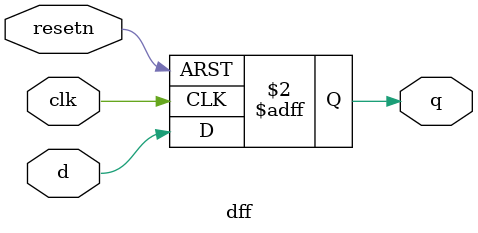
<source format=v>
module dff(
    input clk, 
    input d,
    input resetn,

    output reg q
); // w / active low reset 

    always @(posedge clk or negedge resetn) begin
        if (resetn) begin
            q <= d;
        end
        else q <= 1'b0;
    end

endmodule
</source>
